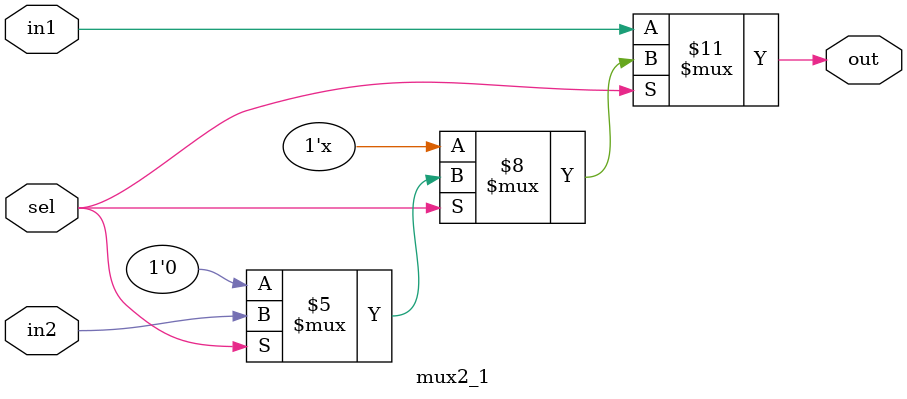
<source format=v>
module mux2_1
(
    input   wire    in1,
    input   wire    in2,
    input   wire    sel,
    
    output  reg     out
);

always@(*) begin
    if(sel == 1'b0)
        out = in1;
    else if(sel == 1'b1)
        out = in2;
    else
        out = 1'b0;
end


endmodule
</source>
